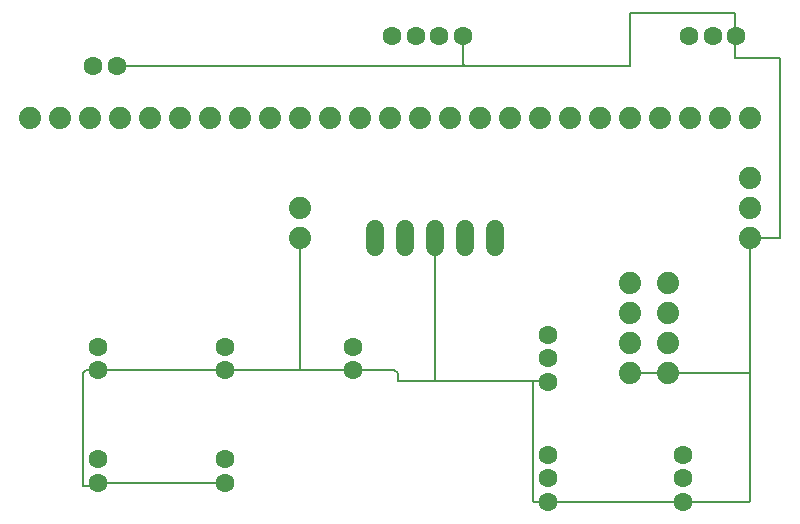
<source format=gbr>
G04 EAGLE Gerber RS-274X export*
G75*
%MOMM*%
%FSLAX34Y34*%
%LPD*%
%INBottom Copper*%
%IPPOS*%
%AMOC8*
5,1,8,0,0,1.08239X$1,22.5*%
G01*
G04 Define Apertures*
%ADD10C,1.524000*%
%ADD11C,1.879600*%
%ADD12C,1.600000*%
%ADD13C,0.152400*%
D10*
X317500Y246380D02*
X317500Y261620D01*
X342900Y261620D02*
X342900Y246380D01*
X368300Y246380D02*
X368300Y261620D01*
X393700Y261620D02*
X393700Y246380D01*
X419100Y246380D02*
X419100Y261620D01*
D11*
X25400Y355600D03*
X50800Y355600D03*
X76200Y355600D03*
X101600Y355600D03*
X127000Y355600D03*
X152400Y355600D03*
X177800Y355600D03*
X203200Y355600D03*
X228600Y355600D03*
X254000Y355600D03*
X279400Y355600D03*
X304800Y355600D03*
X330200Y355600D03*
X355600Y355600D03*
X381000Y355600D03*
X406400Y355600D03*
X431800Y355600D03*
X457200Y355600D03*
X482600Y355600D03*
X508000Y355600D03*
X533400Y355600D03*
X558800Y355600D03*
X584200Y355600D03*
X609600Y355600D03*
X635000Y355600D03*
X635000Y254000D03*
X635000Y279400D03*
X635000Y304800D03*
D12*
X331950Y425450D03*
X351950Y425450D03*
X371950Y425450D03*
X391950Y425450D03*
X82550Y142400D03*
X82550Y162400D03*
X82550Y47150D03*
X82550Y67150D03*
X298450Y142400D03*
X298450Y162400D03*
X190500Y142400D03*
X190500Y162400D03*
X190500Y47150D03*
X190500Y67150D03*
X463550Y132400D03*
X463550Y152400D03*
X463550Y172400D03*
X463550Y30800D03*
X463550Y50800D03*
X463550Y70800D03*
X577850Y30800D03*
X577850Y50800D03*
X577850Y70800D03*
X583250Y425450D03*
X603250Y425450D03*
X623250Y425450D03*
X78900Y400050D03*
X98900Y400050D03*
D11*
X254000Y279400D03*
X254000Y254000D03*
X533400Y165100D03*
X533400Y139700D03*
X565150Y165100D03*
X565150Y139700D03*
X533400Y215900D03*
X533400Y190500D03*
X565150Y215900D03*
X565150Y190500D03*
D13*
X577850Y30800D02*
X463550Y30800D01*
X451800Y30800D01*
X450850Y31750D01*
X450850Y133350D01*
X462600Y133350D01*
X463550Y132400D01*
X368300Y133350D02*
X368300Y254000D01*
X368300Y133350D02*
X450850Y133350D01*
X368300Y133350D02*
X336550Y133350D01*
X336550Y139700D01*
X333850Y142400D01*
X298450Y142400D01*
X254000Y142400D01*
X190500Y142400D01*
X82550Y142400D01*
X72550Y142400D01*
X69850Y139700D01*
X69850Y44450D01*
X79850Y44450D01*
X82550Y47150D01*
X190500Y47150D01*
X635000Y254000D02*
X660400Y254000D01*
X660400Y406400D01*
X622300Y406400D01*
X622300Y444500D02*
X533400Y444500D01*
X533400Y400050D01*
X393700Y400050D01*
X391950Y401800D01*
X391950Y425450D01*
X622300Y426400D02*
X623250Y425450D01*
X622300Y426400D02*
X622300Y444500D01*
X622300Y424500D02*
X622300Y406400D01*
X622300Y424500D02*
X623250Y425450D01*
X393700Y400050D02*
X98900Y400050D01*
X634050Y30800D02*
X635000Y31750D01*
X634050Y30800D02*
X577850Y30800D01*
X635000Y139700D02*
X635000Y254000D01*
X635000Y139700D02*
X635000Y31750D01*
X254000Y142400D02*
X254000Y254000D01*
X565150Y139700D02*
X635000Y139700D01*
X565150Y139700D02*
X533400Y139700D01*
M02*

</source>
